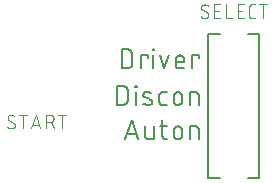
<source format=gto>
G04 EAGLE Gerber RS-274X export*
G75*
%MOMM*%
%FSLAX34Y34*%
%LPD*%
%INSilkscreen Top*%
%IPPOS*%
%AMOC8*
5,1,8,0,0,1.08239X$1,22.5*%
G01*
%ADD10C,0.152400*%
%ADD11C,0.101600*%
%ADD12C,0.127000*%


D10*
X517954Y116872D02*
X517954Y133128D01*
X522469Y133128D01*
X522600Y133126D01*
X522732Y133120D01*
X522863Y133111D01*
X522993Y133097D01*
X523124Y133080D01*
X523253Y133059D01*
X523382Y133035D01*
X523510Y133006D01*
X523638Y132974D01*
X523764Y132938D01*
X523889Y132899D01*
X524014Y132856D01*
X524136Y132809D01*
X524258Y132759D01*
X524378Y132705D01*
X524496Y132648D01*
X524612Y132587D01*
X524727Y132523D01*
X524840Y132456D01*
X524951Y132385D01*
X525059Y132311D01*
X525166Y132234D01*
X525270Y132154D01*
X525372Y132071D01*
X525471Y131986D01*
X525568Y131897D01*
X525662Y131805D01*
X525754Y131711D01*
X525843Y131614D01*
X525928Y131515D01*
X526011Y131413D01*
X526091Y131309D01*
X526168Y131202D01*
X526242Y131094D01*
X526313Y130983D01*
X526380Y130870D01*
X526444Y130755D01*
X526505Y130639D01*
X526562Y130521D01*
X526616Y130401D01*
X526666Y130279D01*
X526713Y130157D01*
X526756Y130032D01*
X526795Y129907D01*
X526831Y129781D01*
X526863Y129653D01*
X526892Y129525D01*
X526916Y129396D01*
X526937Y129267D01*
X526954Y129136D01*
X526968Y129006D01*
X526977Y128875D01*
X526983Y128743D01*
X526985Y128612D01*
X526985Y121388D01*
X526983Y121257D01*
X526977Y121125D01*
X526968Y120994D01*
X526954Y120864D01*
X526937Y120733D01*
X526916Y120604D01*
X526892Y120475D01*
X526863Y120347D01*
X526831Y120219D01*
X526795Y120093D01*
X526756Y119968D01*
X526713Y119843D01*
X526666Y119721D01*
X526616Y119599D01*
X526562Y119479D01*
X526505Y119361D01*
X526444Y119245D01*
X526380Y119130D01*
X526313Y119017D01*
X526242Y118906D01*
X526168Y118798D01*
X526091Y118691D01*
X526011Y118587D01*
X525928Y118485D01*
X525843Y118386D01*
X525754Y118289D01*
X525662Y118195D01*
X525568Y118103D01*
X525471Y118014D01*
X525372Y117929D01*
X525270Y117846D01*
X525166Y117766D01*
X525059Y117689D01*
X524951Y117615D01*
X524840Y117544D01*
X524727Y117477D01*
X524612Y117413D01*
X524496Y117352D01*
X524378Y117295D01*
X524258Y117241D01*
X524136Y117191D01*
X524014Y117144D01*
X523889Y117101D01*
X523764Y117062D01*
X523638Y117026D01*
X523510Y116994D01*
X523382Y116965D01*
X523253Y116941D01*
X523123Y116920D01*
X522993Y116903D01*
X522863Y116889D01*
X522732Y116880D01*
X522600Y116874D01*
X522469Y116872D01*
X517954Y116872D01*
X534573Y116872D02*
X534573Y127709D01*
X539992Y127709D01*
X539992Y125903D01*
X544874Y127709D02*
X544874Y116872D01*
X544423Y132225D02*
X544423Y133128D01*
X545326Y133128D01*
X545326Y132225D01*
X544423Y132225D01*
X550640Y127709D02*
X554253Y116872D01*
X557865Y127709D01*
X566376Y116872D02*
X570891Y116872D01*
X566376Y116872D02*
X566275Y116874D01*
X566174Y116880D01*
X566073Y116889D01*
X565972Y116902D01*
X565872Y116919D01*
X565773Y116940D01*
X565675Y116964D01*
X565578Y116992D01*
X565481Y117024D01*
X565386Y117059D01*
X565293Y117098D01*
X565201Y117140D01*
X565110Y117186D01*
X565022Y117235D01*
X564935Y117287D01*
X564850Y117343D01*
X564767Y117401D01*
X564687Y117463D01*
X564609Y117528D01*
X564533Y117595D01*
X564460Y117665D01*
X564390Y117738D01*
X564323Y117814D01*
X564258Y117892D01*
X564196Y117972D01*
X564138Y118055D01*
X564082Y118140D01*
X564030Y118227D01*
X563981Y118315D01*
X563935Y118406D01*
X563893Y118498D01*
X563854Y118591D01*
X563819Y118686D01*
X563787Y118783D01*
X563759Y118880D01*
X563735Y118978D01*
X563714Y119077D01*
X563697Y119177D01*
X563684Y119278D01*
X563675Y119379D01*
X563669Y119480D01*
X563667Y119581D01*
X563666Y119581D02*
X563666Y124097D01*
X563667Y124097D02*
X563669Y124216D01*
X563675Y124336D01*
X563685Y124455D01*
X563699Y124573D01*
X563716Y124692D01*
X563738Y124809D01*
X563763Y124926D01*
X563793Y125041D01*
X563826Y125156D01*
X563863Y125270D01*
X563903Y125382D01*
X563948Y125493D01*
X563996Y125602D01*
X564047Y125710D01*
X564102Y125816D01*
X564161Y125920D01*
X564223Y126022D01*
X564288Y126122D01*
X564357Y126220D01*
X564429Y126316D01*
X564504Y126409D01*
X564581Y126499D01*
X564662Y126587D01*
X564746Y126672D01*
X564833Y126754D01*
X564922Y126834D01*
X565014Y126910D01*
X565108Y126984D01*
X565205Y127054D01*
X565303Y127121D01*
X565404Y127185D01*
X565508Y127245D01*
X565613Y127302D01*
X565720Y127355D01*
X565828Y127405D01*
X565938Y127451D01*
X566050Y127493D01*
X566163Y127532D01*
X566277Y127567D01*
X566392Y127598D01*
X566509Y127626D01*
X566626Y127649D01*
X566743Y127669D01*
X566862Y127685D01*
X566981Y127697D01*
X567100Y127705D01*
X567219Y127709D01*
X567339Y127709D01*
X567458Y127705D01*
X567577Y127697D01*
X567696Y127685D01*
X567815Y127669D01*
X567932Y127649D01*
X568049Y127626D01*
X568166Y127598D01*
X568281Y127567D01*
X568395Y127532D01*
X568508Y127493D01*
X568620Y127451D01*
X568730Y127405D01*
X568838Y127355D01*
X568945Y127302D01*
X569050Y127245D01*
X569154Y127185D01*
X569255Y127121D01*
X569353Y127054D01*
X569450Y126984D01*
X569544Y126910D01*
X569636Y126834D01*
X569725Y126754D01*
X569812Y126672D01*
X569896Y126587D01*
X569977Y126499D01*
X570054Y126409D01*
X570129Y126316D01*
X570201Y126220D01*
X570270Y126122D01*
X570335Y126022D01*
X570397Y125920D01*
X570456Y125816D01*
X570511Y125710D01*
X570562Y125602D01*
X570610Y125493D01*
X570655Y125382D01*
X570695Y125270D01*
X570732Y125156D01*
X570765Y125041D01*
X570795Y124926D01*
X570820Y124809D01*
X570842Y124692D01*
X570859Y124573D01*
X570873Y124455D01*
X570883Y124336D01*
X570889Y124216D01*
X570891Y124097D01*
X570891Y122291D01*
X563666Y122291D01*
X577819Y116872D02*
X577819Y127709D01*
X583238Y127709D01*
X583238Y125903D01*
X526479Y73128D02*
X521061Y56872D01*
X531898Y56872D02*
X526479Y73128D01*
X530543Y60936D02*
X522415Y60936D01*
X537977Y59581D02*
X537977Y67709D01*
X537978Y59581D02*
X537980Y59480D01*
X537986Y59379D01*
X537995Y59278D01*
X538008Y59177D01*
X538025Y59077D01*
X538046Y58978D01*
X538070Y58880D01*
X538098Y58783D01*
X538130Y58686D01*
X538165Y58591D01*
X538204Y58498D01*
X538246Y58406D01*
X538292Y58315D01*
X538341Y58226D01*
X538393Y58140D01*
X538449Y58055D01*
X538507Y57972D01*
X538569Y57892D01*
X538634Y57814D01*
X538701Y57738D01*
X538771Y57665D01*
X538844Y57595D01*
X538920Y57528D01*
X538998Y57463D01*
X539078Y57401D01*
X539161Y57343D01*
X539246Y57287D01*
X539333Y57235D01*
X539421Y57186D01*
X539512Y57140D01*
X539604Y57098D01*
X539697Y57059D01*
X539792Y57024D01*
X539889Y56992D01*
X539986Y56964D01*
X540084Y56940D01*
X540183Y56919D01*
X540283Y56902D01*
X540384Y56889D01*
X540485Y56880D01*
X540586Y56874D01*
X540687Y56872D01*
X545202Y56872D01*
X545202Y67709D01*
X550748Y67709D02*
X556167Y67709D01*
X552554Y73128D02*
X552554Y59581D01*
X552555Y59581D02*
X552557Y59480D01*
X552563Y59379D01*
X552572Y59278D01*
X552585Y59177D01*
X552602Y59077D01*
X552623Y58978D01*
X552647Y58880D01*
X552675Y58783D01*
X552707Y58686D01*
X552742Y58591D01*
X552781Y58498D01*
X552823Y58406D01*
X552869Y58315D01*
X552918Y58226D01*
X552970Y58140D01*
X553026Y58055D01*
X553084Y57972D01*
X553146Y57892D01*
X553211Y57814D01*
X553278Y57738D01*
X553348Y57665D01*
X553421Y57595D01*
X553497Y57528D01*
X553575Y57463D01*
X553655Y57401D01*
X553738Y57343D01*
X553823Y57287D01*
X553910Y57235D01*
X553998Y57186D01*
X554089Y57140D01*
X554181Y57098D01*
X554274Y57059D01*
X554369Y57024D01*
X554466Y56992D01*
X554563Y56964D01*
X554661Y56940D01*
X554760Y56919D01*
X554860Y56902D01*
X554961Y56889D01*
X555062Y56880D01*
X555163Y56874D01*
X555264Y56872D01*
X556167Y56872D01*
X561945Y60484D02*
X561945Y64097D01*
X561947Y64216D01*
X561953Y64336D01*
X561963Y64455D01*
X561977Y64573D01*
X561994Y64692D01*
X562016Y64809D01*
X562041Y64926D01*
X562071Y65041D01*
X562104Y65156D01*
X562141Y65270D01*
X562181Y65382D01*
X562226Y65493D01*
X562274Y65602D01*
X562325Y65710D01*
X562380Y65816D01*
X562439Y65920D01*
X562501Y66022D01*
X562566Y66122D01*
X562635Y66220D01*
X562707Y66316D01*
X562782Y66409D01*
X562859Y66499D01*
X562940Y66587D01*
X563024Y66672D01*
X563111Y66754D01*
X563200Y66834D01*
X563292Y66910D01*
X563386Y66984D01*
X563483Y67054D01*
X563581Y67121D01*
X563682Y67185D01*
X563786Y67245D01*
X563891Y67302D01*
X563998Y67355D01*
X564106Y67405D01*
X564216Y67451D01*
X564328Y67493D01*
X564441Y67532D01*
X564555Y67567D01*
X564670Y67598D01*
X564787Y67626D01*
X564904Y67649D01*
X565021Y67669D01*
X565140Y67685D01*
X565259Y67697D01*
X565378Y67705D01*
X565497Y67709D01*
X565617Y67709D01*
X565736Y67705D01*
X565855Y67697D01*
X565974Y67685D01*
X566093Y67669D01*
X566210Y67649D01*
X566327Y67626D01*
X566444Y67598D01*
X566559Y67567D01*
X566673Y67532D01*
X566786Y67493D01*
X566898Y67451D01*
X567008Y67405D01*
X567116Y67355D01*
X567223Y67302D01*
X567328Y67245D01*
X567432Y67185D01*
X567533Y67121D01*
X567631Y67054D01*
X567728Y66984D01*
X567822Y66910D01*
X567914Y66834D01*
X568003Y66754D01*
X568090Y66672D01*
X568174Y66587D01*
X568255Y66499D01*
X568332Y66409D01*
X568407Y66316D01*
X568479Y66220D01*
X568548Y66122D01*
X568613Y66022D01*
X568675Y65920D01*
X568734Y65816D01*
X568789Y65710D01*
X568840Y65602D01*
X568888Y65493D01*
X568933Y65382D01*
X568973Y65270D01*
X569010Y65156D01*
X569043Y65041D01*
X569073Y64926D01*
X569098Y64809D01*
X569120Y64692D01*
X569137Y64573D01*
X569151Y64455D01*
X569161Y64336D01*
X569167Y64216D01*
X569169Y64097D01*
X569170Y64097D02*
X569170Y60484D01*
X569169Y60484D02*
X569167Y60365D01*
X569161Y60245D01*
X569151Y60126D01*
X569137Y60008D01*
X569120Y59889D01*
X569098Y59772D01*
X569073Y59655D01*
X569043Y59540D01*
X569010Y59425D01*
X568973Y59311D01*
X568933Y59199D01*
X568888Y59088D01*
X568840Y58979D01*
X568789Y58871D01*
X568734Y58765D01*
X568675Y58661D01*
X568613Y58559D01*
X568548Y58459D01*
X568479Y58361D01*
X568407Y58265D01*
X568332Y58172D01*
X568255Y58082D01*
X568174Y57994D01*
X568090Y57909D01*
X568003Y57827D01*
X567914Y57747D01*
X567822Y57671D01*
X567728Y57597D01*
X567631Y57527D01*
X567533Y57460D01*
X567432Y57396D01*
X567328Y57336D01*
X567223Y57279D01*
X567116Y57226D01*
X567008Y57176D01*
X566898Y57130D01*
X566786Y57088D01*
X566673Y57049D01*
X566559Y57014D01*
X566444Y56983D01*
X566327Y56955D01*
X566210Y56932D01*
X566093Y56912D01*
X565974Y56896D01*
X565855Y56884D01*
X565736Y56876D01*
X565617Y56872D01*
X565497Y56872D01*
X565378Y56876D01*
X565259Y56884D01*
X565140Y56896D01*
X565021Y56912D01*
X564904Y56932D01*
X564787Y56955D01*
X564670Y56983D01*
X564555Y57014D01*
X564441Y57049D01*
X564328Y57088D01*
X564216Y57130D01*
X564106Y57176D01*
X563998Y57226D01*
X563891Y57279D01*
X563786Y57336D01*
X563682Y57396D01*
X563581Y57460D01*
X563483Y57527D01*
X563386Y57597D01*
X563292Y57671D01*
X563200Y57747D01*
X563111Y57827D01*
X563024Y57909D01*
X562940Y57994D01*
X562859Y58082D01*
X562782Y58172D01*
X562707Y58265D01*
X562635Y58361D01*
X562566Y58459D01*
X562501Y58559D01*
X562439Y58661D01*
X562380Y58765D01*
X562325Y58871D01*
X562274Y58979D01*
X562226Y59088D01*
X562181Y59199D01*
X562141Y59311D01*
X562104Y59425D01*
X562071Y59540D01*
X562041Y59655D01*
X562016Y59772D01*
X561994Y59889D01*
X561977Y60008D01*
X561963Y60126D01*
X561953Y60245D01*
X561947Y60365D01*
X561945Y60484D01*
X576013Y56872D02*
X576013Y67709D01*
X580529Y67709D01*
X580633Y67707D01*
X580736Y67701D01*
X580840Y67691D01*
X580943Y67677D01*
X581045Y67659D01*
X581146Y67638D01*
X581247Y67612D01*
X581346Y67583D01*
X581445Y67550D01*
X581542Y67513D01*
X581637Y67472D01*
X581731Y67428D01*
X581823Y67380D01*
X581913Y67329D01*
X582002Y67274D01*
X582088Y67216D01*
X582171Y67154D01*
X582253Y67090D01*
X582331Y67022D01*
X582407Y66952D01*
X582481Y66879D01*
X582551Y66802D01*
X582619Y66724D01*
X582683Y66642D01*
X582745Y66559D01*
X582803Y66473D01*
X582858Y66384D01*
X582909Y66294D01*
X582957Y66202D01*
X583001Y66108D01*
X583042Y66013D01*
X583079Y65916D01*
X583112Y65817D01*
X583141Y65718D01*
X583167Y65617D01*
X583188Y65516D01*
X583206Y65414D01*
X583220Y65311D01*
X583230Y65207D01*
X583236Y65104D01*
X583238Y65000D01*
X583238Y56872D01*
X514148Y85872D02*
X514148Y102128D01*
X518664Y102128D01*
X518795Y102126D01*
X518927Y102120D01*
X519058Y102111D01*
X519188Y102097D01*
X519319Y102080D01*
X519448Y102059D01*
X519577Y102035D01*
X519705Y102006D01*
X519833Y101974D01*
X519959Y101938D01*
X520084Y101899D01*
X520209Y101856D01*
X520331Y101809D01*
X520453Y101759D01*
X520573Y101705D01*
X520691Y101648D01*
X520807Y101587D01*
X520922Y101523D01*
X521035Y101456D01*
X521146Y101385D01*
X521254Y101311D01*
X521361Y101234D01*
X521465Y101154D01*
X521567Y101071D01*
X521666Y100986D01*
X521763Y100897D01*
X521857Y100805D01*
X521949Y100711D01*
X522038Y100614D01*
X522123Y100515D01*
X522206Y100413D01*
X522286Y100309D01*
X522363Y100202D01*
X522437Y100094D01*
X522508Y99983D01*
X522575Y99870D01*
X522639Y99755D01*
X522700Y99639D01*
X522757Y99521D01*
X522811Y99401D01*
X522861Y99279D01*
X522908Y99157D01*
X522951Y99032D01*
X522990Y98907D01*
X523026Y98781D01*
X523058Y98653D01*
X523087Y98525D01*
X523111Y98396D01*
X523132Y98267D01*
X523149Y98136D01*
X523163Y98006D01*
X523172Y97875D01*
X523178Y97743D01*
X523180Y97612D01*
X523179Y97612D02*
X523179Y90388D01*
X523180Y90388D02*
X523178Y90257D01*
X523172Y90125D01*
X523163Y89994D01*
X523149Y89864D01*
X523132Y89733D01*
X523111Y89604D01*
X523087Y89475D01*
X523058Y89347D01*
X523026Y89219D01*
X522990Y89093D01*
X522951Y88968D01*
X522908Y88843D01*
X522861Y88721D01*
X522811Y88599D01*
X522757Y88479D01*
X522700Y88361D01*
X522639Y88245D01*
X522575Y88130D01*
X522508Y88017D01*
X522437Y87906D01*
X522363Y87798D01*
X522286Y87691D01*
X522206Y87587D01*
X522123Y87485D01*
X522038Y87386D01*
X521949Y87289D01*
X521857Y87195D01*
X521763Y87103D01*
X521666Y87014D01*
X521567Y86929D01*
X521465Y86846D01*
X521361Y86766D01*
X521254Y86689D01*
X521146Y86615D01*
X521035Y86544D01*
X520922Y86477D01*
X520807Y86413D01*
X520691Y86352D01*
X520573Y86295D01*
X520453Y86241D01*
X520331Y86191D01*
X520209Y86144D01*
X520084Y86101D01*
X519959Y86062D01*
X519833Y86026D01*
X519705Y85994D01*
X519577Y85965D01*
X519448Y85941D01*
X519318Y85920D01*
X519188Y85903D01*
X519058Y85889D01*
X518927Y85880D01*
X518795Y85874D01*
X518664Y85872D01*
X514148Y85872D01*
X530127Y85872D02*
X530127Y96709D01*
X529675Y101225D02*
X529675Y102128D01*
X530578Y102128D01*
X530578Y101225D01*
X529675Y101225D01*
X537769Y92194D02*
X542284Y90388D01*
X537768Y92194D02*
X537680Y92231D01*
X537594Y92272D01*
X537509Y92316D01*
X537426Y92364D01*
X537346Y92415D01*
X537267Y92469D01*
X537191Y92527D01*
X537117Y92587D01*
X537045Y92651D01*
X536977Y92717D01*
X536911Y92787D01*
X536848Y92858D01*
X536787Y92933D01*
X536730Y93009D01*
X536677Y93088D01*
X536626Y93169D01*
X536579Y93252D01*
X536535Y93337D01*
X536495Y93424D01*
X536458Y93512D01*
X536425Y93602D01*
X536395Y93693D01*
X536370Y93785D01*
X536348Y93878D01*
X536330Y93972D01*
X536315Y94066D01*
X536305Y94161D01*
X536299Y94257D01*
X536296Y94352D01*
X536297Y94448D01*
X536303Y94543D01*
X536312Y94639D01*
X536325Y94733D01*
X536341Y94827D01*
X536362Y94921D01*
X536387Y95013D01*
X536415Y95104D01*
X536447Y95194D01*
X536482Y95283D01*
X536521Y95370D01*
X536564Y95456D01*
X536610Y95540D01*
X536660Y95621D01*
X536712Y95701D01*
X536768Y95779D01*
X536828Y95854D01*
X536890Y95926D01*
X536955Y95996D01*
X537023Y96064D01*
X537093Y96128D01*
X537166Y96190D01*
X537242Y96248D01*
X537320Y96304D01*
X537400Y96356D01*
X537482Y96405D01*
X537566Y96450D01*
X537652Y96492D01*
X537739Y96531D01*
X537828Y96566D01*
X537919Y96597D01*
X538010Y96624D01*
X538103Y96648D01*
X538196Y96668D01*
X538290Y96684D01*
X538385Y96696D01*
X538480Y96705D01*
X538576Y96709D01*
X538671Y96710D01*
X538918Y96703D01*
X539164Y96691D01*
X539410Y96673D01*
X539656Y96648D01*
X539900Y96618D01*
X540144Y96582D01*
X540387Y96541D01*
X540629Y96493D01*
X540870Y96439D01*
X541109Y96380D01*
X541347Y96315D01*
X541583Y96244D01*
X541818Y96168D01*
X542051Y96086D01*
X542281Y95998D01*
X542509Y95905D01*
X542736Y95807D01*
X542285Y90387D02*
X542373Y90350D01*
X542459Y90309D01*
X542544Y90265D01*
X542627Y90217D01*
X542707Y90166D01*
X542786Y90112D01*
X542862Y90054D01*
X542936Y89994D01*
X543008Y89930D01*
X543076Y89864D01*
X543142Y89794D01*
X543205Y89723D01*
X543266Y89648D01*
X543323Y89572D01*
X543376Y89493D01*
X543427Y89412D01*
X543474Y89329D01*
X543518Y89244D01*
X543558Y89157D01*
X543595Y89069D01*
X543628Y88979D01*
X543658Y88888D01*
X543683Y88796D01*
X543705Y88703D01*
X543723Y88609D01*
X543738Y88515D01*
X543748Y88420D01*
X543754Y88324D01*
X543757Y88229D01*
X543756Y88133D01*
X543750Y88038D01*
X543741Y87942D01*
X543728Y87848D01*
X543712Y87754D01*
X543691Y87660D01*
X543666Y87568D01*
X543638Y87477D01*
X543606Y87387D01*
X543571Y87298D01*
X543532Y87211D01*
X543489Y87125D01*
X543443Y87041D01*
X543393Y86960D01*
X543341Y86880D01*
X543285Y86802D01*
X543225Y86727D01*
X543163Y86655D01*
X543098Y86585D01*
X543030Y86517D01*
X542960Y86453D01*
X542887Y86391D01*
X542811Y86333D01*
X542733Y86277D01*
X542653Y86225D01*
X542571Y86176D01*
X542487Y86131D01*
X542401Y86089D01*
X542314Y86050D01*
X542225Y86015D01*
X542134Y85984D01*
X542043Y85957D01*
X541950Y85933D01*
X541857Y85913D01*
X541763Y85897D01*
X541668Y85885D01*
X541573Y85876D01*
X541477Y85872D01*
X541382Y85871D01*
X541381Y85872D02*
X541019Y85881D01*
X540657Y85899D01*
X540296Y85926D01*
X539936Y85961D01*
X539576Y86004D01*
X539217Y86056D01*
X538860Y86117D01*
X538505Y86186D01*
X538151Y86263D01*
X537799Y86349D01*
X537449Y86443D01*
X537101Y86546D01*
X536756Y86656D01*
X536414Y86775D01*
X552688Y85872D02*
X556300Y85872D01*
X552688Y85872D02*
X552587Y85874D01*
X552486Y85880D01*
X552385Y85889D01*
X552284Y85902D01*
X552184Y85919D01*
X552085Y85940D01*
X551987Y85964D01*
X551890Y85992D01*
X551793Y86024D01*
X551698Y86059D01*
X551605Y86098D01*
X551513Y86140D01*
X551422Y86186D01*
X551334Y86235D01*
X551247Y86287D01*
X551162Y86343D01*
X551079Y86401D01*
X550999Y86463D01*
X550921Y86528D01*
X550845Y86595D01*
X550772Y86665D01*
X550702Y86738D01*
X550635Y86814D01*
X550570Y86892D01*
X550508Y86972D01*
X550450Y87055D01*
X550394Y87140D01*
X550342Y87227D01*
X550293Y87315D01*
X550247Y87406D01*
X550205Y87498D01*
X550166Y87591D01*
X550131Y87686D01*
X550099Y87783D01*
X550071Y87880D01*
X550047Y87978D01*
X550026Y88077D01*
X550009Y88177D01*
X549996Y88278D01*
X549987Y88379D01*
X549981Y88480D01*
X549979Y88581D01*
X549979Y94000D01*
X549981Y94101D01*
X549987Y94202D01*
X549996Y94303D01*
X550009Y94404D01*
X550026Y94504D01*
X550047Y94603D01*
X550071Y94701D01*
X550099Y94798D01*
X550131Y94895D01*
X550166Y94990D01*
X550205Y95083D01*
X550247Y95175D01*
X550293Y95266D01*
X550342Y95355D01*
X550394Y95441D01*
X550450Y95526D01*
X550508Y95609D01*
X550570Y95689D01*
X550635Y95767D01*
X550702Y95843D01*
X550772Y95916D01*
X550845Y95986D01*
X550921Y96053D01*
X550999Y96118D01*
X551079Y96180D01*
X551162Y96238D01*
X551247Y96294D01*
X551334Y96346D01*
X551422Y96395D01*
X551513Y96441D01*
X551605Y96483D01*
X551698Y96522D01*
X551793Y96557D01*
X551890Y96589D01*
X551987Y96617D01*
X552085Y96641D01*
X552184Y96662D01*
X552284Y96679D01*
X552385Y96692D01*
X552486Y96701D01*
X552587Y96707D01*
X552688Y96709D01*
X556300Y96709D01*
X561945Y93097D02*
X561945Y89484D01*
X561945Y93097D02*
X561947Y93216D01*
X561953Y93336D01*
X561963Y93455D01*
X561977Y93573D01*
X561994Y93692D01*
X562016Y93809D01*
X562041Y93926D01*
X562071Y94041D01*
X562104Y94156D01*
X562141Y94270D01*
X562181Y94382D01*
X562226Y94493D01*
X562274Y94602D01*
X562325Y94710D01*
X562380Y94816D01*
X562439Y94920D01*
X562501Y95022D01*
X562566Y95122D01*
X562635Y95220D01*
X562707Y95316D01*
X562782Y95409D01*
X562859Y95499D01*
X562940Y95587D01*
X563024Y95672D01*
X563111Y95754D01*
X563200Y95834D01*
X563292Y95910D01*
X563386Y95984D01*
X563483Y96054D01*
X563581Y96121D01*
X563682Y96185D01*
X563786Y96245D01*
X563891Y96302D01*
X563998Y96355D01*
X564106Y96405D01*
X564216Y96451D01*
X564328Y96493D01*
X564441Y96532D01*
X564555Y96567D01*
X564670Y96598D01*
X564787Y96626D01*
X564904Y96649D01*
X565021Y96669D01*
X565140Y96685D01*
X565259Y96697D01*
X565378Y96705D01*
X565497Y96709D01*
X565617Y96709D01*
X565736Y96705D01*
X565855Y96697D01*
X565974Y96685D01*
X566093Y96669D01*
X566210Y96649D01*
X566327Y96626D01*
X566444Y96598D01*
X566559Y96567D01*
X566673Y96532D01*
X566786Y96493D01*
X566898Y96451D01*
X567008Y96405D01*
X567116Y96355D01*
X567223Y96302D01*
X567328Y96245D01*
X567432Y96185D01*
X567533Y96121D01*
X567631Y96054D01*
X567728Y95984D01*
X567822Y95910D01*
X567914Y95834D01*
X568003Y95754D01*
X568090Y95672D01*
X568174Y95587D01*
X568255Y95499D01*
X568332Y95409D01*
X568407Y95316D01*
X568479Y95220D01*
X568548Y95122D01*
X568613Y95022D01*
X568675Y94920D01*
X568734Y94816D01*
X568789Y94710D01*
X568840Y94602D01*
X568888Y94493D01*
X568933Y94382D01*
X568973Y94270D01*
X569010Y94156D01*
X569043Y94041D01*
X569073Y93926D01*
X569098Y93809D01*
X569120Y93692D01*
X569137Y93573D01*
X569151Y93455D01*
X569161Y93336D01*
X569167Y93216D01*
X569169Y93097D01*
X569170Y93097D02*
X569170Y89484D01*
X569169Y89484D02*
X569167Y89365D01*
X569161Y89245D01*
X569151Y89126D01*
X569137Y89008D01*
X569120Y88889D01*
X569098Y88772D01*
X569073Y88655D01*
X569043Y88540D01*
X569010Y88425D01*
X568973Y88311D01*
X568933Y88199D01*
X568888Y88088D01*
X568840Y87979D01*
X568789Y87871D01*
X568734Y87765D01*
X568675Y87661D01*
X568613Y87559D01*
X568548Y87459D01*
X568479Y87361D01*
X568407Y87265D01*
X568332Y87172D01*
X568255Y87082D01*
X568174Y86994D01*
X568090Y86909D01*
X568003Y86827D01*
X567914Y86747D01*
X567822Y86671D01*
X567728Y86597D01*
X567631Y86527D01*
X567533Y86460D01*
X567432Y86396D01*
X567328Y86336D01*
X567223Y86279D01*
X567116Y86226D01*
X567008Y86176D01*
X566898Y86130D01*
X566786Y86088D01*
X566673Y86049D01*
X566559Y86014D01*
X566444Y85983D01*
X566327Y85955D01*
X566210Y85932D01*
X566093Y85912D01*
X565974Y85896D01*
X565855Y85884D01*
X565736Y85876D01*
X565617Y85872D01*
X565497Y85872D01*
X565378Y85876D01*
X565259Y85884D01*
X565140Y85896D01*
X565021Y85912D01*
X564904Y85932D01*
X564787Y85955D01*
X564670Y85983D01*
X564555Y86014D01*
X564441Y86049D01*
X564328Y86088D01*
X564216Y86130D01*
X564106Y86176D01*
X563998Y86226D01*
X563891Y86279D01*
X563786Y86336D01*
X563682Y86396D01*
X563581Y86460D01*
X563483Y86527D01*
X563386Y86597D01*
X563292Y86671D01*
X563200Y86747D01*
X563111Y86827D01*
X563024Y86909D01*
X562940Y86994D01*
X562859Y87082D01*
X562782Y87172D01*
X562707Y87265D01*
X562635Y87361D01*
X562566Y87459D01*
X562501Y87559D01*
X562439Y87661D01*
X562380Y87765D01*
X562325Y87871D01*
X562274Y87979D01*
X562226Y88088D01*
X562181Y88199D01*
X562141Y88311D01*
X562104Y88425D01*
X562071Y88540D01*
X562041Y88655D01*
X562016Y88772D01*
X561994Y88889D01*
X561977Y89008D01*
X561963Y89126D01*
X561953Y89245D01*
X561947Y89365D01*
X561945Y89484D01*
X576013Y85872D02*
X576013Y96709D01*
X580529Y96709D01*
X580633Y96707D01*
X580736Y96701D01*
X580840Y96691D01*
X580943Y96677D01*
X581045Y96659D01*
X581146Y96638D01*
X581247Y96612D01*
X581346Y96583D01*
X581445Y96550D01*
X581542Y96513D01*
X581637Y96472D01*
X581731Y96428D01*
X581823Y96380D01*
X581913Y96329D01*
X582002Y96274D01*
X582088Y96216D01*
X582171Y96154D01*
X582253Y96090D01*
X582331Y96022D01*
X582407Y95952D01*
X582481Y95879D01*
X582551Y95802D01*
X582619Y95724D01*
X582683Y95642D01*
X582745Y95559D01*
X582803Y95473D01*
X582858Y95384D01*
X582909Y95294D01*
X582957Y95202D01*
X583001Y95108D01*
X583042Y95013D01*
X583079Y94916D01*
X583112Y94817D01*
X583141Y94718D01*
X583167Y94617D01*
X583188Y94516D01*
X583206Y94414D01*
X583220Y94311D01*
X583230Y94207D01*
X583236Y94104D01*
X583238Y94000D01*
X583238Y85872D01*
D11*
X427528Y68404D02*
X427526Y68305D01*
X427520Y68205D01*
X427511Y68106D01*
X427498Y68008D01*
X427481Y67910D01*
X427460Y67812D01*
X427435Y67716D01*
X427407Y67621D01*
X427375Y67527D01*
X427340Y67434D01*
X427301Y67342D01*
X427258Y67252D01*
X427213Y67164D01*
X427163Y67077D01*
X427111Y66993D01*
X427055Y66910D01*
X426997Y66830D01*
X426935Y66752D01*
X426870Y66677D01*
X426802Y66604D01*
X426732Y66534D01*
X426659Y66466D01*
X426584Y66401D01*
X426506Y66339D01*
X426426Y66281D01*
X426343Y66225D01*
X426259Y66173D01*
X426172Y66123D01*
X426084Y66078D01*
X425994Y66035D01*
X425902Y65996D01*
X425809Y65961D01*
X425715Y65929D01*
X425620Y65901D01*
X425524Y65876D01*
X425426Y65855D01*
X425328Y65838D01*
X425230Y65825D01*
X425131Y65816D01*
X425031Y65810D01*
X424932Y65808D01*
X424788Y65810D01*
X424643Y65816D01*
X424499Y65825D01*
X424356Y65838D01*
X424212Y65855D01*
X424069Y65876D01*
X423927Y65901D01*
X423786Y65929D01*
X423645Y65961D01*
X423505Y65997D01*
X423366Y66036D01*
X423228Y66079D01*
X423092Y66126D01*
X422956Y66176D01*
X422822Y66230D01*
X422690Y66287D01*
X422559Y66348D01*
X422430Y66412D01*
X422302Y66480D01*
X422176Y66550D01*
X422052Y66625D01*
X421931Y66702D01*
X421811Y66783D01*
X421693Y66866D01*
X421578Y66953D01*
X421465Y67043D01*
X421354Y67136D01*
X421246Y67231D01*
X421140Y67330D01*
X421037Y67431D01*
X421362Y74896D02*
X421364Y74995D01*
X421370Y75095D01*
X421379Y75194D01*
X421392Y75292D01*
X421409Y75390D01*
X421430Y75488D01*
X421455Y75584D01*
X421483Y75679D01*
X421515Y75773D01*
X421550Y75866D01*
X421589Y75958D01*
X421632Y76048D01*
X421677Y76136D01*
X421727Y76223D01*
X421779Y76307D01*
X421835Y76390D01*
X421893Y76470D01*
X421955Y76548D01*
X422020Y76623D01*
X422088Y76696D01*
X422158Y76766D01*
X422231Y76834D01*
X422306Y76899D01*
X422384Y76961D01*
X422464Y77019D01*
X422547Y77075D01*
X422631Y77127D01*
X422718Y77177D01*
X422806Y77222D01*
X422896Y77265D01*
X422988Y77304D01*
X423081Y77339D01*
X423175Y77371D01*
X423270Y77399D01*
X423367Y77424D01*
X423464Y77445D01*
X423562Y77462D01*
X423660Y77475D01*
X423759Y77484D01*
X423859Y77490D01*
X423958Y77492D01*
X424094Y77490D01*
X424230Y77484D01*
X424366Y77475D01*
X424502Y77462D01*
X424637Y77444D01*
X424771Y77424D01*
X424905Y77399D01*
X425039Y77371D01*
X425171Y77338D01*
X425302Y77303D01*
X425433Y77263D01*
X425562Y77220D01*
X425690Y77174D01*
X425816Y77123D01*
X425942Y77070D01*
X426065Y77012D01*
X426187Y76952D01*
X426307Y76888D01*
X426426Y76820D01*
X426542Y76750D01*
X426656Y76676D01*
X426769Y76599D01*
X426879Y76518D01*
X422660Y72624D02*
X422574Y72677D01*
X422490Y72734D01*
X422408Y72793D01*
X422328Y72856D01*
X422251Y72922D01*
X422176Y72990D01*
X422104Y73062D01*
X422035Y73136D01*
X421969Y73213D01*
X421906Y73292D01*
X421846Y73374D01*
X421789Y73458D01*
X421735Y73544D01*
X421685Y73632D01*
X421638Y73722D01*
X421594Y73813D01*
X421555Y73907D01*
X421518Y74001D01*
X421486Y74097D01*
X421457Y74195D01*
X421432Y74293D01*
X421411Y74392D01*
X421393Y74492D01*
X421380Y74592D01*
X421370Y74693D01*
X421364Y74795D01*
X421362Y74896D01*
X426231Y70676D02*
X426317Y70623D01*
X426401Y70566D01*
X426483Y70507D01*
X426563Y70444D01*
X426640Y70378D01*
X426715Y70310D01*
X426787Y70238D01*
X426856Y70164D01*
X426922Y70087D01*
X426985Y70008D01*
X427045Y69926D01*
X427102Y69842D01*
X427156Y69756D01*
X427206Y69668D01*
X427253Y69578D01*
X427297Y69487D01*
X427336Y69393D01*
X427373Y69299D01*
X427405Y69203D01*
X427434Y69105D01*
X427459Y69007D01*
X427480Y68908D01*
X427498Y68808D01*
X427511Y68708D01*
X427521Y68607D01*
X427527Y68505D01*
X427529Y68404D01*
X426230Y70676D02*
X422660Y72624D01*
X434570Y77492D02*
X434570Y65808D01*
X431324Y77492D02*
X437816Y77492D01*
X445238Y77492D02*
X441343Y65808D01*
X449133Y65808D02*
X445238Y77492D01*
X448159Y68729D02*
X442317Y68729D01*
X453877Y65808D02*
X453877Y77492D01*
X457123Y77492D01*
X457236Y77490D01*
X457349Y77484D01*
X457462Y77474D01*
X457575Y77460D01*
X457687Y77443D01*
X457798Y77421D01*
X457908Y77396D01*
X458018Y77366D01*
X458126Y77333D01*
X458233Y77296D01*
X458339Y77256D01*
X458443Y77211D01*
X458546Y77163D01*
X458647Y77112D01*
X458746Y77057D01*
X458843Y76999D01*
X458938Y76937D01*
X459031Y76872D01*
X459121Y76804D01*
X459209Y76733D01*
X459295Y76658D01*
X459378Y76581D01*
X459458Y76501D01*
X459535Y76418D01*
X459610Y76332D01*
X459681Y76244D01*
X459749Y76154D01*
X459814Y76061D01*
X459876Y75966D01*
X459934Y75869D01*
X459989Y75770D01*
X460040Y75669D01*
X460088Y75566D01*
X460133Y75462D01*
X460173Y75356D01*
X460210Y75249D01*
X460243Y75141D01*
X460273Y75031D01*
X460298Y74921D01*
X460320Y74810D01*
X460337Y74698D01*
X460351Y74585D01*
X460361Y74472D01*
X460367Y74359D01*
X460369Y74246D01*
X460367Y74133D01*
X460361Y74020D01*
X460351Y73907D01*
X460337Y73794D01*
X460320Y73682D01*
X460298Y73571D01*
X460273Y73461D01*
X460243Y73351D01*
X460210Y73243D01*
X460173Y73136D01*
X460133Y73030D01*
X460088Y72926D01*
X460040Y72823D01*
X459989Y72722D01*
X459934Y72623D01*
X459876Y72526D01*
X459814Y72431D01*
X459749Y72338D01*
X459681Y72248D01*
X459610Y72160D01*
X459535Y72074D01*
X459458Y71991D01*
X459378Y71911D01*
X459295Y71834D01*
X459209Y71759D01*
X459121Y71688D01*
X459031Y71620D01*
X458938Y71555D01*
X458843Y71493D01*
X458746Y71435D01*
X458647Y71380D01*
X458546Y71329D01*
X458443Y71281D01*
X458339Y71236D01*
X458233Y71196D01*
X458126Y71159D01*
X458018Y71126D01*
X457908Y71096D01*
X457798Y71071D01*
X457687Y71049D01*
X457575Y71032D01*
X457462Y71018D01*
X457349Y71008D01*
X457236Y71002D01*
X457123Y71000D01*
X457123Y71001D02*
X453877Y71001D01*
X457772Y71001D02*
X460368Y65808D01*
X467717Y65808D02*
X467717Y77492D01*
X464471Y77492D02*
X470963Y77492D01*
D12*
X591500Y24000D02*
X591500Y146000D01*
X591500Y24000D02*
X601000Y24000D01*
X625000Y24000D02*
X634500Y24000D01*
X634500Y146000D01*
X625000Y146000D01*
X601000Y146000D02*
X591500Y146000D01*
D11*
X588884Y159158D02*
X588983Y159160D01*
X589083Y159166D01*
X589182Y159175D01*
X589280Y159188D01*
X589378Y159205D01*
X589476Y159226D01*
X589572Y159251D01*
X589667Y159279D01*
X589761Y159311D01*
X589854Y159346D01*
X589946Y159385D01*
X590036Y159428D01*
X590124Y159473D01*
X590211Y159523D01*
X590295Y159575D01*
X590378Y159631D01*
X590458Y159689D01*
X590536Y159751D01*
X590611Y159816D01*
X590684Y159884D01*
X590754Y159954D01*
X590822Y160027D01*
X590887Y160102D01*
X590949Y160180D01*
X591007Y160260D01*
X591063Y160343D01*
X591115Y160427D01*
X591165Y160514D01*
X591210Y160602D01*
X591253Y160692D01*
X591292Y160784D01*
X591327Y160877D01*
X591359Y160971D01*
X591387Y161066D01*
X591412Y161162D01*
X591433Y161260D01*
X591450Y161358D01*
X591463Y161456D01*
X591472Y161555D01*
X591478Y161655D01*
X591480Y161754D01*
X588884Y159158D02*
X588740Y159160D01*
X588595Y159166D01*
X588451Y159175D01*
X588308Y159188D01*
X588164Y159205D01*
X588021Y159226D01*
X587879Y159251D01*
X587738Y159279D01*
X587597Y159311D01*
X587457Y159347D01*
X587318Y159386D01*
X587180Y159429D01*
X587044Y159476D01*
X586908Y159526D01*
X586774Y159580D01*
X586642Y159637D01*
X586511Y159698D01*
X586382Y159762D01*
X586254Y159830D01*
X586128Y159900D01*
X586004Y159975D01*
X585883Y160052D01*
X585763Y160133D01*
X585645Y160216D01*
X585530Y160303D01*
X585417Y160393D01*
X585306Y160486D01*
X585198Y160581D01*
X585092Y160680D01*
X584989Y160781D01*
X585314Y168246D02*
X585316Y168345D01*
X585322Y168445D01*
X585331Y168544D01*
X585344Y168642D01*
X585361Y168740D01*
X585382Y168838D01*
X585407Y168934D01*
X585435Y169029D01*
X585467Y169123D01*
X585502Y169216D01*
X585541Y169308D01*
X585584Y169398D01*
X585629Y169486D01*
X585679Y169573D01*
X585731Y169657D01*
X585787Y169740D01*
X585845Y169820D01*
X585907Y169898D01*
X585972Y169973D01*
X586040Y170046D01*
X586110Y170116D01*
X586183Y170184D01*
X586258Y170249D01*
X586336Y170311D01*
X586416Y170369D01*
X586499Y170425D01*
X586583Y170477D01*
X586670Y170527D01*
X586758Y170572D01*
X586848Y170615D01*
X586940Y170654D01*
X587033Y170689D01*
X587127Y170721D01*
X587222Y170749D01*
X587319Y170774D01*
X587416Y170795D01*
X587514Y170812D01*
X587612Y170825D01*
X587711Y170834D01*
X587811Y170840D01*
X587910Y170842D01*
X588046Y170840D01*
X588182Y170834D01*
X588318Y170825D01*
X588454Y170812D01*
X588589Y170794D01*
X588723Y170774D01*
X588857Y170749D01*
X588991Y170721D01*
X589123Y170688D01*
X589254Y170653D01*
X589385Y170613D01*
X589514Y170570D01*
X589642Y170524D01*
X589768Y170473D01*
X589894Y170420D01*
X590017Y170362D01*
X590139Y170302D01*
X590259Y170238D01*
X590378Y170170D01*
X590494Y170100D01*
X590608Y170026D01*
X590721Y169949D01*
X590831Y169868D01*
X586612Y165974D02*
X586526Y166027D01*
X586442Y166084D01*
X586360Y166143D01*
X586280Y166206D01*
X586203Y166272D01*
X586128Y166340D01*
X586056Y166412D01*
X585987Y166486D01*
X585921Y166563D01*
X585858Y166642D01*
X585798Y166724D01*
X585741Y166808D01*
X585687Y166894D01*
X585637Y166982D01*
X585590Y167072D01*
X585546Y167163D01*
X585507Y167257D01*
X585470Y167351D01*
X585438Y167447D01*
X585409Y167545D01*
X585384Y167643D01*
X585363Y167742D01*
X585345Y167842D01*
X585332Y167942D01*
X585322Y168043D01*
X585316Y168145D01*
X585314Y168246D01*
X590183Y164026D02*
X590269Y163973D01*
X590353Y163916D01*
X590435Y163857D01*
X590515Y163794D01*
X590592Y163728D01*
X590667Y163660D01*
X590739Y163588D01*
X590808Y163514D01*
X590874Y163437D01*
X590937Y163358D01*
X590997Y163276D01*
X591054Y163192D01*
X591108Y163106D01*
X591158Y163018D01*
X591205Y162928D01*
X591249Y162837D01*
X591288Y162743D01*
X591325Y162649D01*
X591357Y162553D01*
X591386Y162455D01*
X591411Y162357D01*
X591432Y162258D01*
X591450Y162158D01*
X591463Y162058D01*
X591473Y161957D01*
X591479Y161855D01*
X591481Y161754D01*
X590182Y164026D02*
X586612Y165974D01*
X596442Y159158D02*
X601635Y159158D01*
X596442Y159158D02*
X596442Y170842D01*
X601635Y170842D01*
X600337Y165649D02*
X596442Y165649D01*
X606348Y170842D02*
X606348Y159158D01*
X611541Y159158D01*
X616254Y159158D02*
X621447Y159158D01*
X616254Y159158D02*
X616254Y170842D01*
X621447Y170842D01*
X620149Y165649D02*
X616254Y165649D01*
X628320Y159158D02*
X630916Y159158D01*
X628320Y159158D02*
X628221Y159160D01*
X628121Y159166D01*
X628022Y159175D01*
X627924Y159188D01*
X627826Y159205D01*
X627728Y159226D01*
X627632Y159251D01*
X627537Y159279D01*
X627443Y159311D01*
X627350Y159346D01*
X627258Y159385D01*
X627168Y159428D01*
X627080Y159473D01*
X626993Y159523D01*
X626909Y159575D01*
X626826Y159631D01*
X626746Y159689D01*
X626668Y159751D01*
X626593Y159816D01*
X626520Y159884D01*
X626450Y159954D01*
X626382Y160027D01*
X626317Y160102D01*
X626255Y160180D01*
X626197Y160260D01*
X626141Y160343D01*
X626089Y160427D01*
X626039Y160514D01*
X625994Y160602D01*
X625951Y160692D01*
X625912Y160784D01*
X625877Y160877D01*
X625845Y160971D01*
X625817Y161066D01*
X625792Y161162D01*
X625771Y161260D01*
X625754Y161358D01*
X625741Y161456D01*
X625732Y161555D01*
X625726Y161655D01*
X625724Y161754D01*
X625723Y161754D02*
X625723Y168246D01*
X625724Y168246D02*
X625726Y168345D01*
X625732Y168445D01*
X625741Y168544D01*
X625754Y168642D01*
X625771Y168740D01*
X625792Y168838D01*
X625817Y168934D01*
X625845Y169029D01*
X625877Y169123D01*
X625912Y169216D01*
X625951Y169308D01*
X625994Y169398D01*
X626039Y169486D01*
X626089Y169573D01*
X626141Y169657D01*
X626197Y169740D01*
X626255Y169820D01*
X626317Y169898D01*
X626382Y169973D01*
X626450Y170046D01*
X626520Y170116D01*
X626593Y170184D01*
X626668Y170249D01*
X626746Y170311D01*
X626826Y170369D01*
X626909Y170425D01*
X626993Y170477D01*
X627080Y170527D01*
X627168Y170572D01*
X627258Y170615D01*
X627350Y170654D01*
X627442Y170689D01*
X627537Y170721D01*
X627632Y170749D01*
X627728Y170774D01*
X627826Y170795D01*
X627924Y170812D01*
X628022Y170825D01*
X628121Y170834D01*
X628221Y170840D01*
X628320Y170842D01*
X630916Y170842D01*
X637765Y170842D02*
X637765Y159158D01*
X634519Y170842D02*
X641011Y170842D01*
M02*

</source>
